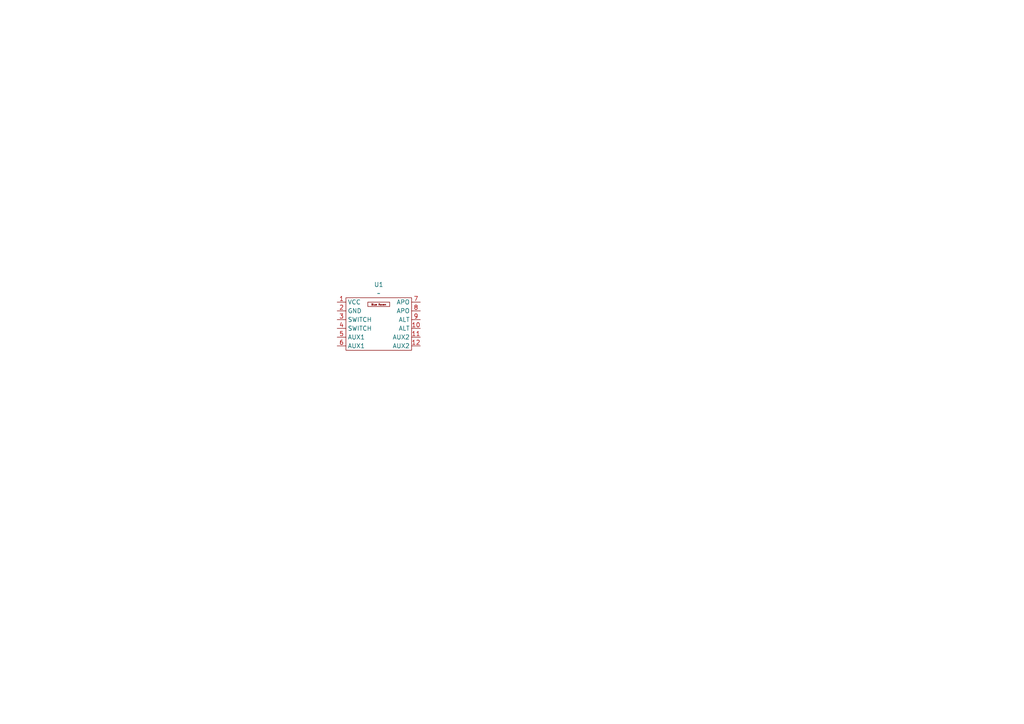
<source format=kicad_sch>
(kicad_sch (version 20231120) (generator "eeschema") (generator_version "8.0")
  (paper "A4")
  (lib_symbols
    (symbol "New_Library:BlueRaven"
      (property "Reference" "U" (at -0.508 0.508 0))
      (symbol "BlueRaven_0_1"
        (rectangle (start -10.16 7.62) (end 8.89 -7.62))
      )
      (symbol "BlueRaven_1_1"
        (text_box "Blue Raven" (at -3.81 6.35 0) (size 6.35 -1.27) (effects (font (size 0.508 0.508)) (justify top)))
        (pin power_in line (at -12.7 6.35 0) (length 2.54) (name "VCC") (number "1"))
        (pin bidirectional line (at 11.43 -1.27 180) (length 2.54) (name "ALT") (number "10"))
        (pin bidirectional line (at 11.43 -3.81 180) (length 2.54) (name "AUX2") (number "11"))
        (pin bidirectional line (at 11.43 -6.35 180) (length 2.54) (name "AUX2") (number "12"))
        (pin power_in line (at -12.7 3.81 0) (length 2.54) (name "GND") (number "2"))
        (pin bidirectional line (at -12.7 1.27 0) (length 2.54) (name "SWITCH") (number "3"))
        (pin bidirectional line (at -12.7 -1.27 0) (length 2.54) (name "SWITCH") (number "4"))
        (pin bidirectional line (at -12.7 -3.81 0) (length 2.54) (name "AUX1") (number "5"))
        (pin bidirectional line (at -12.7 -6.35 0) (length 2.54) (name "AUX1") (number "6"))
        (pin bidirectional line (at 11.43 6.35 180) (length 2.54) (name "APO") (number "7"))
        (pin bidirectional line (at 11.43 3.81 180) (length 2.54) (name "APO") (number "8"))
        (pin bidirectional line (at 11.43 1.27 180) (length 2.54) (name "ALT") (number "9"))
      )
    )
  )
  (symbol (lib_id "New_Library:BlueRaven") (at 110.49 93.98 0) (unit 1)
    (property "Reference" "U1" (at 109.855 82.55 0))
    (property "Value" "~" (at 109.855 85.09 0))
  )
)
</source>
